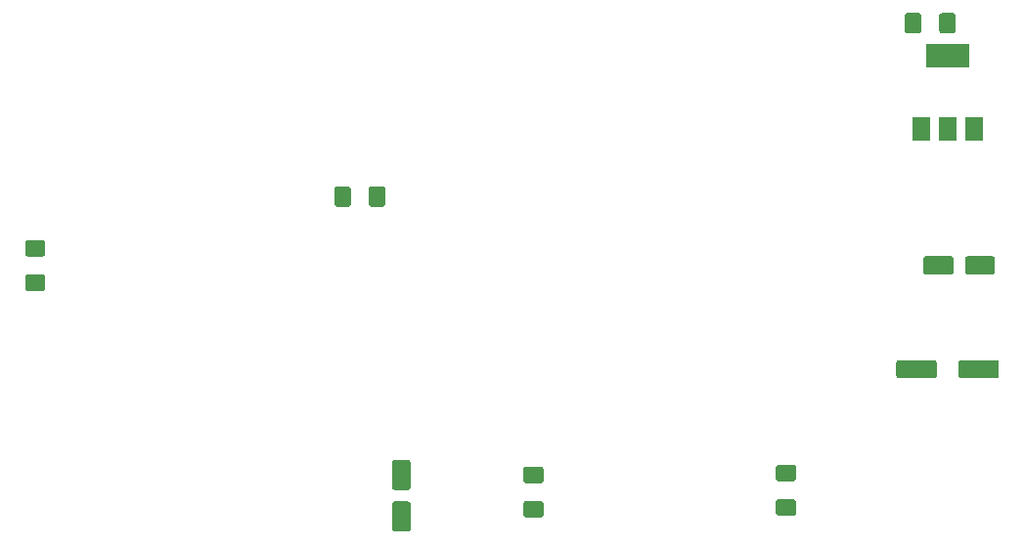
<source format=gtp>
G04 #@! TF.GenerationSoftware,KiCad,Pcbnew,(5.1.2)-2*
G04 #@! TF.CreationDate,2019-09-19T18:24:33+10:00*
G04 #@! TF.ProjectId,PecsRemoteHat.lib,50656373-5265-46d6-9f74-654861742e6c,rev?*
G04 #@! TF.SameCoordinates,Original*
G04 #@! TF.FileFunction,Paste,Top*
G04 #@! TF.FilePolarity,Positive*
%FSLAX46Y46*%
G04 Gerber Fmt 4.6, Leading zero omitted, Abs format (unit mm)*
G04 Created by KiCad (PCBNEW (5.1.2)-2) date 2019-09-19 18:24:33*
%MOMM*%
%LPD*%
G04 APERTURE LIST*
%ADD10C,0.100000*%
%ADD11C,1.425000*%
%ADD12R,1.500000X2.000000*%
%ADD13R,3.800000X2.000000*%
%ADD14C,1.600000*%
G04 APERTURE END LIST*
D10*
G36*
X140462004Y-97126204D02*
G01*
X140486273Y-97129804D01*
X140510071Y-97135765D01*
X140533171Y-97144030D01*
X140555349Y-97154520D01*
X140576393Y-97167133D01*
X140596098Y-97181747D01*
X140614277Y-97198223D01*
X140630753Y-97216402D01*
X140645367Y-97236107D01*
X140657980Y-97257151D01*
X140668470Y-97279329D01*
X140676735Y-97302429D01*
X140682696Y-97326227D01*
X140686296Y-97350496D01*
X140687500Y-97375000D01*
X140687500Y-98625000D01*
X140686296Y-98649504D01*
X140682696Y-98673773D01*
X140676735Y-98697571D01*
X140668470Y-98720671D01*
X140657980Y-98742849D01*
X140645367Y-98763893D01*
X140630753Y-98783598D01*
X140614277Y-98801777D01*
X140596098Y-98818253D01*
X140576393Y-98832867D01*
X140555349Y-98845480D01*
X140533171Y-98855970D01*
X140510071Y-98864235D01*
X140486273Y-98870196D01*
X140462004Y-98873796D01*
X140437500Y-98875000D01*
X139512500Y-98875000D01*
X139487996Y-98873796D01*
X139463727Y-98870196D01*
X139439929Y-98864235D01*
X139416829Y-98855970D01*
X139394651Y-98845480D01*
X139373607Y-98832867D01*
X139353902Y-98818253D01*
X139335723Y-98801777D01*
X139319247Y-98783598D01*
X139304633Y-98763893D01*
X139292020Y-98742849D01*
X139281530Y-98720671D01*
X139273265Y-98697571D01*
X139267304Y-98673773D01*
X139263704Y-98649504D01*
X139262500Y-98625000D01*
X139262500Y-97375000D01*
X139263704Y-97350496D01*
X139267304Y-97326227D01*
X139273265Y-97302429D01*
X139281530Y-97279329D01*
X139292020Y-97257151D01*
X139304633Y-97236107D01*
X139319247Y-97216402D01*
X139335723Y-97198223D01*
X139353902Y-97181747D01*
X139373607Y-97167133D01*
X139394651Y-97154520D01*
X139416829Y-97144030D01*
X139439929Y-97135765D01*
X139463727Y-97129804D01*
X139487996Y-97126204D01*
X139512500Y-97125000D01*
X140437500Y-97125000D01*
X140462004Y-97126204D01*
X140462004Y-97126204D01*
G37*
D11*
X139975000Y-98000000D03*
D10*
G36*
X137487004Y-97126204D02*
G01*
X137511273Y-97129804D01*
X137535071Y-97135765D01*
X137558171Y-97144030D01*
X137580349Y-97154520D01*
X137601393Y-97167133D01*
X137621098Y-97181747D01*
X137639277Y-97198223D01*
X137655753Y-97216402D01*
X137670367Y-97236107D01*
X137682980Y-97257151D01*
X137693470Y-97279329D01*
X137701735Y-97302429D01*
X137707696Y-97326227D01*
X137711296Y-97350496D01*
X137712500Y-97375000D01*
X137712500Y-98625000D01*
X137711296Y-98649504D01*
X137707696Y-98673773D01*
X137701735Y-98697571D01*
X137693470Y-98720671D01*
X137682980Y-98742849D01*
X137670367Y-98763893D01*
X137655753Y-98783598D01*
X137639277Y-98801777D01*
X137621098Y-98818253D01*
X137601393Y-98832867D01*
X137580349Y-98845480D01*
X137558171Y-98855970D01*
X137535071Y-98864235D01*
X137511273Y-98870196D01*
X137487004Y-98873796D01*
X137462500Y-98875000D01*
X136537500Y-98875000D01*
X136512996Y-98873796D01*
X136488727Y-98870196D01*
X136464929Y-98864235D01*
X136441829Y-98855970D01*
X136419651Y-98845480D01*
X136398607Y-98832867D01*
X136378902Y-98818253D01*
X136360723Y-98801777D01*
X136344247Y-98783598D01*
X136329633Y-98763893D01*
X136317020Y-98742849D01*
X136306530Y-98720671D01*
X136298265Y-98697571D01*
X136292304Y-98673773D01*
X136288704Y-98649504D01*
X136287500Y-98625000D01*
X136287500Y-97375000D01*
X136288704Y-97350496D01*
X136292304Y-97326227D01*
X136298265Y-97302429D01*
X136306530Y-97279329D01*
X136317020Y-97257151D01*
X136329633Y-97236107D01*
X136344247Y-97216402D01*
X136360723Y-97198223D01*
X136378902Y-97181747D01*
X136398607Y-97167133D01*
X136419651Y-97154520D01*
X136441829Y-97144030D01*
X136464929Y-97135765D01*
X136488727Y-97129804D01*
X136512996Y-97126204D01*
X136537500Y-97125000D01*
X137462500Y-97125000D01*
X137487004Y-97126204D01*
X137487004Y-97126204D01*
G37*
D11*
X137000000Y-98000000D03*
D12*
X137700000Y-107150000D03*
X142300000Y-107150000D03*
X140000000Y-107150000D03*
D13*
X140000000Y-100850000D03*
D10*
G36*
X104789504Y-136448704D02*
G01*
X104813773Y-136452304D01*
X104837571Y-136458265D01*
X104860671Y-136466530D01*
X104882849Y-136477020D01*
X104903893Y-136489633D01*
X104923598Y-136504247D01*
X104941777Y-136520723D01*
X104958253Y-136538902D01*
X104972867Y-136558607D01*
X104985480Y-136579651D01*
X104995970Y-136601829D01*
X105004235Y-136624929D01*
X105010196Y-136648727D01*
X105013796Y-136672996D01*
X105015000Y-136697500D01*
X105015000Y-137622500D01*
X105013796Y-137647004D01*
X105010196Y-137671273D01*
X105004235Y-137695071D01*
X104995970Y-137718171D01*
X104985480Y-137740349D01*
X104972867Y-137761393D01*
X104958253Y-137781098D01*
X104941777Y-137799277D01*
X104923598Y-137815753D01*
X104903893Y-137830367D01*
X104882849Y-137842980D01*
X104860671Y-137853470D01*
X104837571Y-137861735D01*
X104813773Y-137867696D01*
X104789504Y-137871296D01*
X104765000Y-137872500D01*
X103515000Y-137872500D01*
X103490496Y-137871296D01*
X103466227Y-137867696D01*
X103442429Y-137861735D01*
X103419329Y-137853470D01*
X103397151Y-137842980D01*
X103376107Y-137830367D01*
X103356402Y-137815753D01*
X103338223Y-137799277D01*
X103321747Y-137781098D01*
X103307133Y-137761393D01*
X103294520Y-137740349D01*
X103284030Y-137718171D01*
X103275765Y-137695071D01*
X103269804Y-137671273D01*
X103266204Y-137647004D01*
X103265000Y-137622500D01*
X103265000Y-136697500D01*
X103266204Y-136672996D01*
X103269804Y-136648727D01*
X103275765Y-136624929D01*
X103284030Y-136601829D01*
X103294520Y-136579651D01*
X103307133Y-136558607D01*
X103321747Y-136538902D01*
X103338223Y-136520723D01*
X103356402Y-136504247D01*
X103376107Y-136489633D01*
X103397151Y-136477020D01*
X103419329Y-136466530D01*
X103442429Y-136458265D01*
X103466227Y-136452304D01*
X103490496Y-136448704D01*
X103515000Y-136447500D01*
X104765000Y-136447500D01*
X104789504Y-136448704D01*
X104789504Y-136448704D01*
G37*
D11*
X104140000Y-137160000D03*
D10*
G36*
X104789504Y-139423704D02*
G01*
X104813773Y-139427304D01*
X104837571Y-139433265D01*
X104860671Y-139441530D01*
X104882849Y-139452020D01*
X104903893Y-139464633D01*
X104923598Y-139479247D01*
X104941777Y-139495723D01*
X104958253Y-139513902D01*
X104972867Y-139533607D01*
X104985480Y-139554651D01*
X104995970Y-139576829D01*
X105004235Y-139599929D01*
X105010196Y-139623727D01*
X105013796Y-139647996D01*
X105015000Y-139672500D01*
X105015000Y-140597500D01*
X105013796Y-140622004D01*
X105010196Y-140646273D01*
X105004235Y-140670071D01*
X104995970Y-140693171D01*
X104985480Y-140715349D01*
X104972867Y-140736393D01*
X104958253Y-140756098D01*
X104941777Y-140774277D01*
X104923598Y-140790753D01*
X104903893Y-140805367D01*
X104882849Y-140817980D01*
X104860671Y-140828470D01*
X104837571Y-140836735D01*
X104813773Y-140842696D01*
X104789504Y-140846296D01*
X104765000Y-140847500D01*
X103515000Y-140847500D01*
X103490496Y-140846296D01*
X103466227Y-140842696D01*
X103442429Y-140836735D01*
X103419329Y-140828470D01*
X103397151Y-140817980D01*
X103376107Y-140805367D01*
X103356402Y-140790753D01*
X103338223Y-140774277D01*
X103321747Y-140756098D01*
X103307133Y-140736393D01*
X103294520Y-140715349D01*
X103284030Y-140693171D01*
X103275765Y-140670071D01*
X103269804Y-140646273D01*
X103266204Y-140622004D01*
X103265000Y-140597500D01*
X103265000Y-139672500D01*
X103266204Y-139647996D01*
X103269804Y-139623727D01*
X103275765Y-139599929D01*
X103284030Y-139576829D01*
X103294520Y-139554651D01*
X103307133Y-139533607D01*
X103321747Y-139513902D01*
X103338223Y-139495723D01*
X103356402Y-139479247D01*
X103376107Y-139464633D01*
X103397151Y-139452020D01*
X103419329Y-139441530D01*
X103442429Y-139433265D01*
X103466227Y-139427304D01*
X103490496Y-139423704D01*
X103515000Y-139422500D01*
X104765000Y-139422500D01*
X104789504Y-139423704D01*
X104789504Y-139423704D01*
G37*
D11*
X104140000Y-140135000D03*
D10*
G36*
X61649504Y-119776204D02*
G01*
X61673773Y-119779804D01*
X61697571Y-119785765D01*
X61720671Y-119794030D01*
X61742849Y-119804520D01*
X61763893Y-119817133D01*
X61783598Y-119831747D01*
X61801777Y-119848223D01*
X61818253Y-119866402D01*
X61832867Y-119886107D01*
X61845480Y-119907151D01*
X61855970Y-119929329D01*
X61864235Y-119952429D01*
X61870196Y-119976227D01*
X61873796Y-120000496D01*
X61875000Y-120025000D01*
X61875000Y-120950000D01*
X61873796Y-120974504D01*
X61870196Y-120998773D01*
X61864235Y-121022571D01*
X61855970Y-121045671D01*
X61845480Y-121067849D01*
X61832867Y-121088893D01*
X61818253Y-121108598D01*
X61801777Y-121126777D01*
X61783598Y-121143253D01*
X61763893Y-121157867D01*
X61742849Y-121170480D01*
X61720671Y-121180970D01*
X61697571Y-121189235D01*
X61673773Y-121195196D01*
X61649504Y-121198796D01*
X61625000Y-121200000D01*
X60375000Y-121200000D01*
X60350496Y-121198796D01*
X60326227Y-121195196D01*
X60302429Y-121189235D01*
X60279329Y-121180970D01*
X60257151Y-121170480D01*
X60236107Y-121157867D01*
X60216402Y-121143253D01*
X60198223Y-121126777D01*
X60181747Y-121108598D01*
X60167133Y-121088893D01*
X60154520Y-121067849D01*
X60144030Y-121045671D01*
X60135765Y-121022571D01*
X60129804Y-120998773D01*
X60126204Y-120974504D01*
X60125000Y-120950000D01*
X60125000Y-120025000D01*
X60126204Y-120000496D01*
X60129804Y-119976227D01*
X60135765Y-119952429D01*
X60144030Y-119929329D01*
X60154520Y-119907151D01*
X60167133Y-119886107D01*
X60181747Y-119866402D01*
X60198223Y-119848223D01*
X60216402Y-119831747D01*
X60236107Y-119817133D01*
X60257151Y-119804520D01*
X60279329Y-119794030D01*
X60302429Y-119785765D01*
X60326227Y-119779804D01*
X60350496Y-119776204D01*
X60375000Y-119775000D01*
X61625000Y-119775000D01*
X61649504Y-119776204D01*
X61649504Y-119776204D01*
G37*
D11*
X61000000Y-120487500D03*
D10*
G36*
X61649504Y-116801204D02*
G01*
X61673773Y-116804804D01*
X61697571Y-116810765D01*
X61720671Y-116819030D01*
X61742849Y-116829520D01*
X61763893Y-116842133D01*
X61783598Y-116856747D01*
X61801777Y-116873223D01*
X61818253Y-116891402D01*
X61832867Y-116911107D01*
X61845480Y-116932151D01*
X61855970Y-116954329D01*
X61864235Y-116977429D01*
X61870196Y-117001227D01*
X61873796Y-117025496D01*
X61875000Y-117050000D01*
X61875000Y-117975000D01*
X61873796Y-117999504D01*
X61870196Y-118023773D01*
X61864235Y-118047571D01*
X61855970Y-118070671D01*
X61845480Y-118092849D01*
X61832867Y-118113893D01*
X61818253Y-118133598D01*
X61801777Y-118151777D01*
X61783598Y-118168253D01*
X61763893Y-118182867D01*
X61742849Y-118195480D01*
X61720671Y-118205970D01*
X61697571Y-118214235D01*
X61673773Y-118220196D01*
X61649504Y-118223796D01*
X61625000Y-118225000D01*
X60375000Y-118225000D01*
X60350496Y-118223796D01*
X60326227Y-118220196D01*
X60302429Y-118214235D01*
X60279329Y-118205970D01*
X60257151Y-118195480D01*
X60236107Y-118182867D01*
X60216402Y-118168253D01*
X60198223Y-118151777D01*
X60181747Y-118133598D01*
X60167133Y-118113893D01*
X60154520Y-118092849D01*
X60144030Y-118070671D01*
X60135765Y-118047571D01*
X60129804Y-118023773D01*
X60126204Y-117999504D01*
X60125000Y-117975000D01*
X60125000Y-117050000D01*
X60126204Y-117025496D01*
X60129804Y-117001227D01*
X60135765Y-116977429D01*
X60144030Y-116954329D01*
X60154520Y-116932151D01*
X60167133Y-116911107D01*
X60181747Y-116891402D01*
X60198223Y-116873223D01*
X60216402Y-116856747D01*
X60236107Y-116842133D01*
X60257151Y-116829520D01*
X60279329Y-116819030D01*
X60302429Y-116810765D01*
X60326227Y-116804804D01*
X60350496Y-116801204D01*
X60375000Y-116800000D01*
X61625000Y-116800000D01*
X61649504Y-116801204D01*
X61649504Y-116801204D01*
G37*
D11*
X61000000Y-117512500D03*
D10*
G36*
X88117004Y-112156204D02*
G01*
X88141273Y-112159804D01*
X88165071Y-112165765D01*
X88188171Y-112174030D01*
X88210349Y-112184520D01*
X88231393Y-112197133D01*
X88251098Y-112211747D01*
X88269277Y-112228223D01*
X88285753Y-112246402D01*
X88300367Y-112266107D01*
X88312980Y-112287151D01*
X88323470Y-112309329D01*
X88331735Y-112332429D01*
X88337696Y-112356227D01*
X88341296Y-112380496D01*
X88342500Y-112405000D01*
X88342500Y-113655000D01*
X88341296Y-113679504D01*
X88337696Y-113703773D01*
X88331735Y-113727571D01*
X88323470Y-113750671D01*
X88312980Y-113772849D01*
X88300367Y-113793893D01*
X88285753Y-113813598D01*
X88269277Y-113831777D01*
X88251098Y-113848253D01*
X88231393Y-113862867D01*
X88210349Y-113875480D01*
X88188171Y-113885970D01*
X88165071Y-113894235D01*
X88141273Y-113900196D01*
X88117004Y-113903796D01*
X88092500Y-113905000D01*
X87167500Y-113905000D01*
X87142996Y-113903796D01*
X87118727Y-113900196D01*
X87094929Y-113894235D01*
X87071829Y-113885970D01*
X87049651Y-113875480D01*
X87028607Y-113862867D01*
X87008902Y-113848253D01*
X86990723Y-113831777D01*
X86974247Y-113813598D01*
X86959633Y-113793893D01*
X86947020Y-113772849D01*
X86936530Y-113750671D01*
X86928265Y-113727571D01*
X86922304Y-113703773D01*
X86918704Y-113679504D01*
X86917500Y-113655000D01*
X86917500Y-112405000D01*
X86918704Y-112380496D01*
X86922304Y-112356227D01*
X86928265Y-112332429D01*
X86936530Y-112309329D01*
X86947020Y-112287151D01*
X86959633Y-112266107D01*
X86974247Y-112246402D01*
X86990723Y-112228223D01*
X87008902Y-112211747D01*
X87028607Y-112197133D01*
X87049651Y-112184520D01*
X87071829Y-112174030D01*
X87094929Y-112165765D01*
X87118727Y-112159804D01*
X87142996Y-112156204D01*
X87167500Y-112155000D01*
X88092500Y-112155000D01*
X88117004Y-112156204D01*
X88117004Y-112156204D01*
G37*
D11*
X87630000Y-113030000D03*
D10*
G36*
X91092004Y-112156204D02*
G01*
X91116273Y-112159804D01*
X91140071Y-112165765D01*
X91163171Y-112174030D01*
X91185349Y-112184520D01*
X91206393Y-112197133D01*
X91226098Y-112211747D01*
X91244277Y-112228223D01*
X91260753Y-112246402D01*
X91275367Y-112266107D01*
X91287980Y-112287151D01*
X91298470Y-112309329D01*
X91306735Y-112332429D01*
X91312696Y-112356227D01*
X91316296Y-112380496D01*
X91317500Y-112405000D01*
X91317500Y-113655000D01*
X91316296Y-113679504D01*
X91312696Y-113703773D01*
X91306735Y-113727571D01*
X91298470Y-113750671D01*
X91287980Y-113772849D01*
X91275367Y-113793893D01*
X91260753Y-113813598D01*
X91244277Y-113831777D01*
X91226098Y-113848253D01*
X91206393Y-113862867D01*
X91185349Y-113875480D01*
X91163171Y-113885970D01*
X91140071Y-113894235D01*
X91116273Y-113900196D01*
X91092004Y-113903796D01*
X91067500Y-113905000D01*
X90142500Y-113905000D01*
X90117996Y-113903796D01*
X90093727Y-113900196D01*
X90069929Y-113894235D01*
X90046829Y-113885970D01*
X90024651Y-113875480D01*
X90003607Y-113862867D01*
X89983902Y-113848253D01*
X89965723Y-113831777D01*
X89949247Y-113813598D01*
X89934633Y-113793893D01*
X89922020Y-113772849D01*
X89911530Y-113750671D01*
X89903265Y-113727571D01*
X89897304Y-113703773D01*
X89893704Y-113679504D01*
X89892500Y-113655000D01*
X89892500Y-112405000D01*
X89893704Y-112380496D01*
X89897304Y-112356227D01*
X89903265Y-112332429D01*
X89911530Y-112309329D01*
X89922020Y-112287151D01*
X89934633Y-112266107D01*
X89949247Y-112246402D01*
X89965723Y-112228223D01*
X89983902Y-112211747D01*
X90003607Y-112197133D01*
X90024651Y-112184520D01*
X90046829Y-112174030D01*
X90069929Y-112165765D01*
X90093727Y-112159804D01*
X90117996Y-112156204D01*
X90142500Y-112155000D01*
X91067500Y-112155000D01*
X91092004Y-112156204D01*
X91092004Y-112156204D01*
G37*
D11*
X90605000Y-113030000D03*
D10*
G36*
X126649504Y-136288704D02*
G01*
X126673773Y-136292304D01*
X126697571Y-136298265D01*
X126720671Y-136306530D01*
X126742849Y-136317020D01*
X126763893Y-136329633D01*
X126783598Y-136344247D01*
X126801777Y-136360723D01*
X126818253Y-136378902D01*
X126832867Y-136398607D01*
X126845480Y-136419651D01*
X126855970Y-136441829D01*
X126864235Y-136464929D01*
X126870196Y-136488727D01*
X126873796Y-136512996D01*
X126875000Y-136537500D01*
X126875000Y-137462500D01*
X126873796Y-137487004D01*
X126870196Y-137511273D01*
X126864235Y-137535071D01*
X126855970Y-137558171D01*
X126845480Y-137580349D01*
X126832867Y-137601393D01*
X126818253Y-137621098D01*
X126801777Y-137639277D01*
X126783598Y-137655753D01*
X126763893Y-137670367D01*
X126742849Y-137682980D01*
X126720671Y-137693470D01*
X126697571Y-137701735D01*
X126673773Y-137707696D01*
X126649504Y-137711296D01*
X126625000Y-137712500D01*
X125375000Y-137712500D01*
X125350496Y-137711296D01*
X125326227Y-137707696D01*
X125302429Y-137701735D01*
X125279329Y-137693470D01*
X125257151Y-137682980D01*
X125236107Y-137670367D01*
X125216402Y-137655753D01*
X125198223Y-137639277D01*
X125181747Y-137621098D01*
X125167133Y-137601393D01*
X125154520Y-137580349D01*
X125144030Y-137558171D01*
X125135765Y-137535071D01*
X125129804Y-137511273D01*
X125126204Y-137487004D01*
X125125000Y-137462500D01*
X125125000Y-136537500D01*
X125126204Y-136512996D01*
X125129804Y-136488727D01*
X125135765Y-136464929D01*
X125144030Y-136441829D01*
X125154520Y-136419651D01*
X125167133Y-136398607D01*
X125181747Y-136378902D01*
X125198223Y-136360723D01*
X125216402Y-136344247D01*
X125236107Y-136329633D01*
X125257151Y-136317020D01*
X125279329Y-136306530D01*
X125302429Y-136298265D01*
X125326227Y-136292304D01*
X125350496Y-136288704D01*
X125375000Y-136287500D01*
X126625000Y-136287500D01*
X126649504Y-136288704D01*
X126649504Y-136288704D01*
G37*
D11*
X126000000Y-137000000D03*
D10*
G36*
X126649504Y-139263704D02*
G01*
X126673773Y-139267304D01*
X126697571Y-139273265D01*
X126720671Y-139281530D01*
X126742849Y-139292020D01*
X126763893Y-139304633D01*
X126783598Y-139319247D01*
X126801777Y-139335723D01*
X126818253Y-139353902D01*
X126832867Y-139373607D01*
X126845480Y-139394651D01*
X126855970Y-139416829D01*
X126864235Y-139439929D01*
X126870196Y-139463727D01*
X126873796Y-139487996D01*
X126875000Y-139512500D01*
X126875000Y-140437500D01*
X126873796Y-140462004D01*
X126870196Y-140486273D01*
X126864235Y-140510071D01*
X126855970Y-140533171D01*
X126845480Y-140555349D01*
X126832867Y-140576393D01*
X126818253Y-140596098D01*
X126801777Y-140614277D01*
X126783598Y-140630753D01*
X126763893Y-140645367D01*
X126742849Y-140657980D01*
X126720671Y-140668470D01*
X126697571Y-140676735D01*
X126673773Y-140682696D01*
X126649504Y-140686296D01*
X126625000Y-140687500D01*
X125375000Y-140687500D01*
X125350496Y-140686296D01*
X125326227Y-140682696D01*
X125302429Y-140676735D01*
X125279329Y-140668470D01*
X125257151Y-140657980D01*
X125236107Y-140645367D01*
X125216402Y-140630753D01*
X125198223Y-140614277D01*
X125181747Y-140596098D01*
X125167133Y-140576393D01*
X125154520Y-140555349D01*
X125144030Y-140533171D01*
X125135765Y-140510071D01*
X125129804Y-140486273D01*
X125126204Y-140462004D01*
X125125000Y-140437500D01*
X125125000Y-139512500D01*
X125126204Y-139487996D01*
X125129804Y-139463727D01*
X125135765Y-139439929D01*
X125144030Y-139416829D01*
X125154520Y-139394651D01*
X125167133Y-139373607D01*
X125181747Y-139353902D01*
X125198223Y-139335723D01*
X125216402Y-139319247D01*
X125236107Y-139304633D01*
X125257151Y-139292020D01*
X125279329Y-139281530D01*
X125302429Y-139273265D01*
X125326227Y-139267304D01*
X125350496Y-139263704D01*
X125375000Y-139262500D01*
X126625000Y-139262500D01*
X126649504Y-139263704D01*
X126649504Y-139263704D01*
G37*
D11*
X126000000Y-139975000D03*
D10*
G36*
X93284504Y-135861204D02*
G01*
X93308773Y-135864804D01*
X93332571Y-135870765D01*
X93355671Y-135879030D01*
X93377849Y-135889520D01*
X93398893Y-135902133D01*
X93418598Y-135916747D01*
X93436777Y-135933223D01*
X93453253Y-135951402D01*
X93467867Y-135971107D01*
X93480480Y-135992151D01*
X93490970Y-136014329D01*
X93499235Y-136037429D01*
X93505196Y-136061227D01*
X93508796Y-136085496D01*
X93510000Y-136110000D01*
X93510000Y-138210000D01*
X93508796Y-138234504D01*
X93505196Y-138258773D01*
X93499235Y-138282571D01*
X93490970Y-138305671D01*
X93480480Y-138327849D01*
X93467867Y-138348893D01*
X93453253Y-138368598D01*
X93436777Y-138386777D01*
X93418598Y-138403253D01*
X93398893Y-138417867D01*
X93377849Y-138430480D01*
X93355671Y-138440970D01*
X93332571Y-138449235D01*
X93308773Y-138455196D01*
X93284504Y-138458796D01*
X93260000Y-138460000D01*
X92160000Y-138460000D01*
X92135496Y-138458796D01*
X92111227Y-138455196D01*
X92087429Y-138449235D01*
X92064329Y-138440970D01*
X92042151Y-138430480D01*
X92021107Y-138417867D01*
X92001402Y-138403253D01*
X91983223Y-138386777D01*
X91966747Y-138368598D01*
X91952133Y-138348893D01*
X91939520Y-138327849D01*
X91929030Y-138305671D01*
X91920765Y-138282571D01*
X91914804Y-138258773D01*
X91911204Y-138234504D01*
X91910000Y-138210000D01*
X91910000Y-136110000D01*
X91911204Y-136085496D01*
X91914804Y-136061227D01*
X91920765Y-136037429D01*
X91929030Y-136014329D01*
X91939520Y-135992151D01*
X91952133Y-135971107D01*
X91966747Y-135951402D01*
X91983223Y-135933223D01*
X92001402Y-135916747D01*
X92021107Y-135902133D01*
X92042151Y-135889520D01*
X92064329Y-135879030D01*
X92087429Y-135870765D01*
X92111227Y-135864804D01*
X92135496Y-135861204D01*
X92160000Y-135860000D01*
X93260000Y-135860000D01*
X93284504Y-135861204D01*
X93284504Y-135861204D01*
G37*
D14*
X92710000Y-137160000D03*
D10*
G36*
X93284504Y-139461204D02*
G01*
X93308773Y-139464804D01*
X93332571Y-139470765D01*
X93355671Y-139479030D01*
X93377849Y-139489520D01*
X93398893Y-139502133D01*
X93418598Y-139516747D01*
X93436777Y-139533223D01*
X93453253Y-139551402D01*
X93467867Y-139571107D01*
X93480480Y-139592151D01*
X93490970Y-139614329D01*
X93499235Y-139637429D01*
X93505196Y-139661227D01*
X93508796Y-139685496D01*
X93510000Y-139710000D01*
X93510000Y-141810000D01*
X93508796Y-141834504D01*
X93505196Y-141858773D01*
X93499235Y-141882571D01*
X93490970Y-141905671D01*
X93480480Y-141927849D01*
X93467867Y-141948893D01*
X93453253Y-141968598D01*
X93436777Y-141986777D01*
X93418598Y-142003253D01*
X93398893Y-142017867D01*
X93377849Y-142030480D01*
X93355671Y-142040970D01*
X93332571Y-142049235D01*
X93308773Y-142055196D01*
X93284504Y-142058796D01*
X93260000Y-142060000D01*
X92160000Y-142060000D01*
X92135496Y-142058796D01*
X92111227Y-142055196D01*
X92087429Y-142049235D01*
X92064329Y-142040970D01*
X92042151Y-142030480D01*
X92021107Y-142017867D01*
X92001402Y-142003253D01*
X91983223Y-141986777D01*
X91966747Y-141968598D01*
X91952133Y-141948893D01*
X91939520Y-141927849D01*
X91929030Y-141905671D01*
X91920765Y-141882571D01*
X91914804Y-141858773D01*
X91911204Y-141834504D01*
X91910000Y-141810000D01*
X91910000Y-139710000D01*
X91911204Y-139685496D01*
X91914804Y-139661227D01*
X91920765Y-139637429D01*
X91929030Y-139614329D01*
X91939520Y-139592151D01*
X91952133Y-139571107D01*
X91966747Y-139551402D01*
X91983223Y-139533223D01*
X92001402Y-139516747D01*
X92021107Y-139502133D01*
X92042151Y-139489520D01*
X92064329Y-139479030D01*
X92087429Y-139470765D01*
X92111227Y-139464804D01*
X92135496Y-139461204D01*
X92160000Y-139460000D01*
X93260000Y-139460000D01*
X93284504Y-139461204D01*
X93284504Y-139461204D01*
G37*
D14*
X92710000Y-140760000D03*
D10*
G36*
X143874504Y-118201204D02*
G01*
X143898773Y-118204804D01*
X143922571Y-118210765D01*
X143945671Y-118219030D01*
X143967849Y-118229520D01*
X143988893Y-118242133D01*
X144008598Y-118256747D01*
X144026777Y-118273223D01*
X144043253Y-118291402D01*
X144057867Y-118311107D01*
X144070480Y-118332151D01*
X144080970Y-118354329D01*
X144089235Y-118377429D01*
X144095196Y-118401227D01*
X144098796Y-118425496D01*
X144100000Y-118450000D01*
X144100000Y-119550000D01*
X144098796Y-119574504D01*
X144095196Y-119598773D01*
X144089235Y-119622571D01*
X144080970Y-119645671D01*
X144070480Y-119667849D01*
X144057867Y-119688893D01*
X144043253Y-119708598D01*
X144026777Y-119726777D01*
X144008598Y-119743253D01*
X143988893Y-119757867D01*
X143967849Y-119770480D01*
X143945671Y-119780970D01*
X143922571Y-119789235D01*
X143898773Y-119795196D01*
X143874504Y-119798796D01*
X143850000Y-119800000D01*
X141750000Y-119800000D01*
X141725496Y-119798796D01*
X141701227Y-119795196D01*
X141677429Y-119789235D01*
X141654329Y-119780970D01*
X141632151Y-119770480D01*
X141611107Y-119757867D01*
X141591402Y-119743253D01*
X141573223Y-119726777D01*
X141556747Y-119708598D01*
X141542133Y-119688893D01*
X141529520Y-119667849D01*
X141519030Y-119645671D01*
X141510765Y-119622571D01*
X141504804Y-119598773D01*
X141501204Y-119574504D01*
X141500000Y-119550000D01*
X141500000Y-118450000D01*
X141501204Y-118425496D01*
X141504804Y-118401227D01*
X141510765Y-118377429D01*
X141519030Y-118354329D01*
X141529520Y-118332151D01*
X141542133Y-118311107D01*
X141556747Y-118291402D01*
X141573223Y-118273223D01*
X141591402Y-118256747D01*
X141611107Y-118242133D01*
X141632151Y-118229520D01*
X141654329Y-118219030D01*
X141677429Y-118210765D01*
X141701227Y-118204804D01*
X141725496Y-118201204D01*
X141750000Y-118200000D01*
X143850000Y-118200000D01*
X143874504Y-118201204D01*
X143874504Y-118201204D01*
G37*
D14*
X142800000Y-119000000D03*
D10*
G36*
X140274504Y-118201204D02*
G01*
X140298773Y-118204804D01*
X140322571Y-118210765D01*
X140345671Y-118219030D01*
X140367849Y-118229520D01*
X140388893Y-118242133D01*
X140408598Y-118256747D01*
X140426777Y-118273223D01*
X140443253Y-118291402D01*
X140457867Y-118311107D01*
X140470480Y-118332151D01*
X140480970Y-118354329D01*
X140489235Y-118377429D01*
X140495196Y-118401227D01*
X140498796Y-118425496D01*
X140500000Y-118450000D01*
X140500000Y-119550000D01*
X140498796Y-119574504D01*
X140495196Y-119598773D01*
X140489235Y-119622571D01*
X140480970Y-119645671D01*
X140470480Y-119667849D01*
X140457867Y-119688893D01*
X140443253Y-119708598D01*
X140426777Y-119726777D01*
X140408598Y-119743253D01*
X140388893Y-119757867D01*
X140367849Y-119770480D01*
X140345671Y-119780970D01*
X140322571Y-119789235D01*
X140298773Y-119795196D01*
X140274504Y-119798796D01*
X140250000Y-119800000D01*
X138150000Y-119800000D01*
X138125496Y-119798796D01*
X138101227Y-119795196D01*
X138077429Y-119789235D01*
X138054329Y-119780970D01*
X138032151Y-119770480D01*
X138011107Y-119757867D01*
X137991402Y-119743253D01*
X137973223Y-119726777D01*
X137956747Y-119708598D01*
X137942133Y-119688893D01*
X137929520Y-119667849D01*
X137919030Y-119645671D01*
X137910765Y-119622571D01*
X137904804Y-119598773D01*
X137901204Y-119574504D01*
X137900000Y-119550000D01*
X137900000Y-118450000D01*
X137901204Y-118425496D01*
X137904804Y-118401227D01*
X137910765Y-118377429D01*
X137919030Y-118354329D01*
X137929520Y-118332151D01*
X137942133Y-118311107D01*
X137956747Y-118291402D01*
X137973223Y-118273223D01*
X137991402Y-118256747D01*
X138011107Y-118242133D01*
X138032151Y-118229520D01*
X138054329Y-118219030D01*
X138077429Y-118210765D01*
X138101227Y-118204804D01*
X138125496Y-118201204D01*
X138150000Y-118200000D01*
X140250000Y-118200000D01*
X140274504Y-118201204D01*
X140274504Y-118201204D01*
G37*
D14*
X139200000Y-119000000D03*
D10*
G36*
X144224504Y-127201204D02*
G01*
X144248773Y-127204804D01*
X144272571Y-127210765D01*
X144295671Y-127219030D01*
X144317849Y-127229520D01*
X144338893Y-127242133D01*
X144358598Y-127256747D01*
X144376777Y-127273223D01*
X144393253Y-127291402D01*
X144407867Y-127311107D01*
X144420480Y-127332151D01*
X144430970Y-127354329D01*
X144439235Y-127377429D01*
X144445196Y-127401227D01*
X144448796Y-127425496D01*
X144450000Y-127450000D01*
X144450000Y-128550000D01*
X144448796Y-128574504D01*
X144445196Y-128598773D01*
X144439235Y-128622571D01*
X144430970Y-128645671D01*
X144420480Y-128667849D01*
X144407867Y-128688893D01*
X144393253Y-128708598D01*
X144376777Y-128726777D01*
X144358598Y-128743253D01*
X144338893Y-128757867D01*
X144317849Y-128770480D01*
X144295671Y-128780970D01*
X144272571Y-128789235D01*
X144248773Y-128795196D01*
X144224504Y-128798796D01*
X144200000Y-128800000D01*
X141200000Y-128800000D01*
X141175496Y-128798796D01*
X141151227Y-128795196D01*
X141127429Y-128789235D01*
X141104329Y-128780970D01*
X141082151Y-128770480D01*
X141061107Y-128757867D01*
X141041402Y-128743253D01*
X141023223Y-128726777D01*
X141006747Y-128708598D01*
X140992133Y-128688893D01*
X140979520Y-128667849D01*
X140969030Y-128645671D01*
X140960765Y-128622571D01*
X140954804Y-128598773D01*
X140951204Y-128574504D01*
X140950000Y-128550000D01*
X140950000Y-127450000D01*
X140951204Y-127425496D01*
X140954804Y-127401227D01*
X140960765Y-127377429D01*
X140969030Y-127354329D01*
X140979520Y-127332151D01*
X140992133Y-127311107D01*
X141006747Y-127291402D01*
X141023223Y-127273223D01*
X141041402Y-127256747D01*
X141061107Y-127242133D01*
X141082151Y-127229520D01*
X141104329Y-127219030D01*
X141127429Y-127210765D01*
X141151227Y-127204804D01*
X141175496Y-127201204D01*
X141200000Y-127200000D01*
X144200000Y-127200000D01*
X144224504Y-127201204D01*
X144224504Y-127201204D01*
G37*
D14*
X142700000Y-128000000D03*
D10*
G36*
X138824504Y-127201204D02*
G01*
X138848773Y-127204804D01*
X138872571Y-127210765D01*
X138895671Y-127219030D01*
X138917849Y-127229520D01*
X138938893Y-127242133D01*
X138958598Y-127256747D01*
X138976777Y-127273223D01*
X138993253Y-127291402D01*
X139007867Y-127311107D01*
X139020480Y-127332151D01*
X139030970Y-127354329D01*
X139039235Y-127377429D01*
X139045196Y-127401227D01*
X139048796Y-127425496D01*
X139050000Y-127450000D01*
X139050000Y-128550000D01*
X139048796Y-128574504D01*
X139045196Y-128598773D01*
X139039235Y-128622571D01*
X139030970Y-128645671D01*
X139020480Y-128667849D01*
X139007867Y-128688893D01*
X138993253Y-128708598D01*
X138976777Y-128726777D01*
X138958598Y-128743253D01*
X138938893Y-128757867D01*
X138917849Y-128770480D01*
X138895671Y-128780970D01*
X138872571Y-128789235D01*
X138848773Y-128795196D01*
X138824504Y-128798796D01*
X138800000Y-128800000D01*
X135800000Y-128800000D01*
X135775496Y-128798796D01*
X135751227Y-128795196D01*
X135727429Y-128789235D01*
X135704329Y-128780970D01*
X135682151Y-128770480D01*
X135661107Y-128757867D01*
X135641402Y-128743253D01*
X135623223Y-128726777D01*
X135606747Y-128708598D01*
X135592133Y-128688893D01*
X135579520Y-128667849D01*
X135569030Y-128645671D01*
X135560765Y-128622571D01*
X135554804Y-128598773D01*
X135551204Y-128574504D01*
X135550000Y-128550000D01*
X135550000Y-127450000D01*
X135551204Y-127425496D01*
X135554804Y-127401227D01*
X135560765Y-127377429D01*
X135569030Y-127354329D01*
X135579520Y-127332151D01*
X135592133Y-127311107D01*
X135606747Y-127291402D01*
X135623223Y-127273223D01*
X135641402Y-127256747D01*
X135661107Y-127242133D01*
X135682151Y-127229520D01*
X135704329Y-127219030D01*
X135727429Y-127210765D01*
X135751227Y-127204804D01*
X135775496Y-127201204D01*
X135800000Y-127200000D01*
X138800000Y-127200000D01*
X138824504Y-127201204D01*
X138824504Y-127201204D01*
G37*
D14*
X137300000Y-128000000D03*
M02*

</source>
